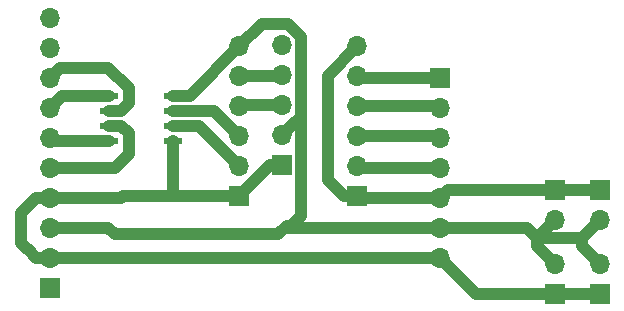
<source format=gbr>
G04 #@! TF.GenerationSoftware,KiCad,Pcbnew,5.0.2-bee76a0~70~ubuntu18.04.1*
G04 #@! TF.CreationDate,2019-08-14T22:35:01+02:00*
G04 #@! TF.ProjectId,position_encoder,706f7369-7469-46f6-9e5f-656e636f6465,rev?*
G04 #@! TF.SameCoordinates,Original*
G04 #@! TF.FileFunction,Copper,L1,Top*
G04 #@! TF.FilePolarity,Positive*
%FSLAX46Y46*%
G04 Gerber Fmt 4.6, Leading zero omitted, Abs format (unit mm)*
G04 Created by KiCad (PCBNEW 5.0.2-bee76a0~70~ubuntu18.04.1) date Mi 14 Aug 2019 22:35:01 CEST*
%MOMM*%
%LPD*%
G01*
G04 APERTURE LIST*
G04 #@! TA.AperFunction,ComponentPad*
%ADD10R,1.700000X1.700000*%
G04 #@! TD*
G04 #@! TA.AperFunction,ComponentPad*
%ADD11O,1.700000X1.700000*%
G04 #@! TD*
G04 #@! TA.AperFunction,SMDPad,CuDef*
%ADD12O,1.700000X1.700000*%
G04 #@! TD*
G04 #@! TA.AperFunction,SMDPad,CuDef*
%ADD13R,1.550000X0.600000*%
G04 #@! TD*
G04 #@! TA.AperFunction,Conductor*
%ADD14C,0.250000*%
G04 #@! TD*
G04 #@! TA.AperFunction,Conductor*
%ADD15C,1.000000*%
G04 #@! TD*
G04 APERTURE END LIST*
D10*
G04 #@! TO.P,J1,1*
G04 #@! TO.N,Net-(J1-Pad1)*
X3350000Y-25350000D03*
D11*
G04 #@! TO.P,J1,2*
G04 #@! TO.N,+5V*
X3350000Y-22810000D03*
G04 #@! TO.P,J1,3*
G04 #@! TO.N,GND*
X3350000Y-20270000D03*
D12*
G04 #@! TO.P,J1,4*
G04 #@! TO.N,Net-(J1-Pad4)*
X3350000Y-17730000D03*
D11*
G04 #@! TO.P,J1,5*
G04 #@! TO.N,/A0-*
X3350000Y-15190000D03*
G04 #@! TO.P,J1,6*
G04 #@! TO.N,/A0+*
X3350000Y-12650000D03*
G04 #@! TO.P,J1,7*
G04 #@! TO.N,/B0-*
X3350000Y-10110000D03*
G04 #@! TO.P,J1,8*
G04 #@! TO.N,/B0+*
X3350000Y-7570000D03*
G04 #@! TO.P,J1,9*
G04 #@! TO.N,/I0-*
X3350000Y-5030000D03*
G04 #@! TO.P,J1,10*
G04 #@! TO.N,/I0+*
X3350000Y-2490000D03*
G04 #@! TD*
G04 #@! TO.P,J2,6*
G04 #@! TO.N,+3V3*
X29350000Y-4900000D03*
G04 #@! TO.P,J2,5*
G04 #@! TO.N,Net-(J2-Pad5)*
X29350000Y-7440000D03*
G04 #@! TO.P,J2,4*
G04 #@! TO.N,Net-(J2-Pad4)*
X29350000Y-9980000D03*
G04 #@! TO.P,J2,3*
G04 #@! TO.N,Net-(J2-Pad3)*
X29350000Y-12520000D03*
G04 #@! TO.P,J2,2*
G04 #@! TO.N,Net-(J2-Pad2)*
X29350000Y-15060000D03*
D10*
G04 #@! TO.P,J2,1*
G04 #@! TO.N,+3V3*
X29350000Y-17600000D03*
G04 #@! TD*
G04 #@! TO.P,J3,1*
G04 #@! TO.N,+5V*
X19350000Y-17600000D03*
D11*
G04 #@! TO.P,J3,2*
G04 #@! TO.N,/A0*
X19350000Y-15060000D03*
G04 #@! TO.P,J3,3*
G04 #@! TO.N,/B0*
X19350000Y-12520000D03*
G04 #@! TO.P,J3,4*
G04 #@! TO.N,/A1*
X19350000Y-9980000D03*
G04 #@! TO.P,J3,5*
G04 #@! TO.N,/B1*
X19350000Y-7440000D03*
G04 #@! TO.P,J3,6*
G04 #@! TO.N,GND*
X19350000Y-4900000D03*
G04 #@! TD*
D10*
G04 #@! TO.P,J4,1*
G04 #@! TO.N,Net-(J2-Pad5)*
X36350000Y-7600000D03*
D11*
G04 #@! TO.P,J4,2*
G04 #@! TO.N,Net-(J2-Pad4)*
X36350000Y-10140000D03*
G04 #@! TO.P,J4,3*
G04 #@! TO.N,Net-(J2-Pad3)*
X36350000Y-12680000D03*
G04 #@! TO.P,J4,4*
G04 #@! TO.N,Net-(J2-Pad2)*
X36350000Y-15220000D03*
G04 #@! TO.P,J4,5*
G04 #@! TO.N,+3V3*
X36350000Y-17760000D03*
G04 #@! TO.P,J4,6*
G04 #@! TO.N,GND*
X36350000Y-20300000D03*
G04 #@! TO.P,J4,7*
G04 #@! TO.N,+5V*
X36350000Y-22840000D03*
G04 #@! TD*
G04 #@! TO.P,J7,2*
G04 #@! TO.N,GND*
X46100000Y-19640000D03*
D10*
G04 #@! TO.P,J7,1*
G04 #@! TO.N,+3V3*
X46100000Y-17100000D03*
G04 #@! TD*
G04 #@! TO.P,J8,1*
G04 #@! TO.N,+3V3*
X49850000Y-17100000D03*
D11*
G04 #@! TO.P,J8,2*
G04 #@! TO.N,GND*
X49850000Y-19640000D03*
G04 #@! TD*
D10*
G04 #@! TO.P,J9,1*
G04 #@! TO.N,+5V*
X46100000Y-25850000D03*
D11*
G04 #@! TO.P,J9,2*
G04 #@! TO.N,GND*
X46100000Y-23310000D03*
G04 #@! TD*
G04 #@! TO.P,J10,2*
G04 #@! TO.N,GND*
X49850000Y-23310000D03*
D10*
G04 #@! TO.P,J10,1*
G04 #@! TO.N,+5V*
X49850000Y-25850000D03*
G04 #@! TD*
D13*
G04 #@! TO.P,J5,1*
G04 #@! TO.N,+5V*
X13700000Y-12905000D03*
G04 #@! TO.P,J5,2*
G04 #@! TO.N,/A0*
X13700000Y-11635000D03*
G04 #@! TO.P,J5,3*
G04 #@! TO.N,/B0*
X13700000Y-10365000D03*
G04 #@! TO.P,J5,4*
G04 #@! TO.N,GND*
X13700000Y-9095000D03*
G04 #@! TO.P,J5,5*
G04 #@! TO.N,/B0-*
X8300000Y-9095000D03*
G04 #@! TO.P,J5,6*
G04 #@! TO.N,/B0+*
X8300000Y-10365000D03*
G04 #@! TO.P,J5,7*
G04 #@! TO.N,/A0-*
X8300000Y-11635000D03*
G04 #@! TO.P,J5,8*
G04 #@! TO.N,/A0+*
X8300000Y-12905000D03*
G04 #@! TD*
D10*
G04 #@! TO.P,J6,1*
G04 #@! TO.N,+5V*
X23000000Y-15000000D03*
D11*
G04 #@! TO.P,J6,2*
G04 #@! TO.N,GND*
X23000000Y-12460000D03*
G04 #@! TO.P,J6,3*
G04 #@! TO.N,/A1*
X23000000Y-9920000D03*
G04 #@! TO.P,J6,4*
G04 #@! TO.N,/B1*
X23000000Y-7380000D03*
G04 #@! TO.P,J6,5*
G04 #@! TO.N,/I1*
X23000000Y-4840000D03*
G04 #@! TD*
D14*
G04 #@! TO.N,+5V*
X36320000Y-22810000D02*
X36350000Y-22840000D01*
D15*
X9350000Y-22810000D02*
X36320000Y-22810000D01*
X3480000Y-17600000D02*
X3350000Y-17730000D01*
X2147919Y-17730000D02*
X850000Y-19027919D01*
X3350000Y-17730000D02*
X2147919Y-17730000D01*
X2147919Y-22810000D02*
X1437919Y-22100000D01*
X3350000Y-22810000D02*
X2147919Y-22810000D01*
X1437919Y-22100000D02*
X1350000Y-22100000D01*
X850000Y-21600000D02*
X850000Y-19027919D01*
X1350000Y-22100000D02*
X850000Y-21600000D01*
X49850000Y-25850000D02*
X46100000Y-25850000D01*
X39360000Y-25850000D02*
X36350000Y-22840000D01*
X46100000Y-25850000D02*
X39360000Y-25850000D01*
X9350000Y-22810000D02*
X3350000Y-22810000D01*
X9350000Y-17730000D02*
X3350000Y-17730000D01*
X9480000Y-17600000D02*
X9350000Y-17730000D01*
X13700000Y-17300000D02*
X14000000Y-17600000D01*
X13700000Y-12905000D02*
X13700000Y-17300000D01*
X19350000Y-17600000D02*
X14000000Y-17600000D01*
X14000000Y-17600000D02*
X9480000Y-17600000D01*
X21950000Y-15000000D02*
X19350000Y-17600000D01*
X23000000Y-15000000D02*
X21950000Y-15000000D01*
G04 #@! TO.N,GND*
X23550000Y-20300000D02*
X36350000Y-20300000D01*
X23350000Y-20100000D02*
X23550000Y-20300000D01*
X44590001Y-21149999D02*
X46100000Y-19640000D01*
X44590001Y-21800001D02*
X46100000Y-23310000D01*
X44590001Y-21149999D02*
X44590001Y-21800001D01*
X48340001Y-21149999D02*
X49850000Y-19640000D01*
X44590001Y-21149999D02*
X48340001Y-21149999D01*
X48340001Y-21800001D02*
X49850000Y-23310000D01*
X48340001Y-21149999D02*
X48340001Y-21800001D01*
X22600000Y-20850000D02*
X23350000Y-20100000D01*
X8850000Y-20850000D02*
X22600000Y-20850000D01*
X3350000Y-20270000D02*
X8270000Y-20270000D01*
X8270000Y-20270000D02*
X8850000Y-20850000D01*
X15155000Y-9095000D02*
X19350000Y-4900000D01*
X13700000Y-9095000D02*
X15155000Y-9095000D01*
X43740002Y-20300000D02*
X44590001Y-21149999D01*
X36350000Y-20300000D02*
X43740002Y-20300000D01*
X24550001Y-4095999D02*
X24550001Y-10909999D01*
X23454002Y-3000000D02*
X24550001Y-4095999D01*
X24550001Y-10909999D02*
X23849999Y-11610001D01*
X21250000Y-3000000D02*
X23454002Y-3000000D01*
X23849999Y-11610001D02*
X23000000Y-12460000D01*
X19350000Y-4900000D02*
X21250000Y-3000000D01*
X24550001Y-19299999D02*
X23550000Y-20300000D01*
X24550001Y-10909999D02*
X24550001Y-19299999D01*
D14*
G04 #@! TO.N,/A0*
X19220000Y-15190000D02*
X19350000Y-15060000D01*
G04 #@! TO.N,/A0+*
X3480000Y-12520000D02*
X3350000Y-12650000D01*
G04 #@! TO.N,/A1*
X19220000Y-10110000D02*
X19350000Y-9980000D01*
G04 #@! TO.N,/B0+*
X3480000Y-7440000D02*
X3350000Y-7570000D01*
G04 #@! TO.N,+3V3*
X29510000Y-17760000D02*
X29350000Y-17600000D01*
D15*
X36350000Y-17760000D02*
X29510000Y-17760000D01*
X28250000Y-17600000D02*
X26850000Y-16200000D01*
X29350000Y-17600000D02*
X28250000Y-17600000D01*
X26850000Y-7400000D02*
X29350000Y-4900000D01*
X26850000Y-16200000D02*
X26850000Y-7400000D01*
X46100000Y-17100000D02*
X49850000Y-17100000D01*
X37010000Y-17100000D02*
X36350000Y-17760000D01*
X46100000Y-17100000D02*
X37010000Y-17100000D01*
G04 #@! TO.N,Net-(J2-Pad5)*
X29510000Y-7600000D02*
X29350000Y-7440000D01*
X36350000Y-7600000D02*
X29510000Y-7600000D01*
G04 #@! TO.N,Net-(J2-Pad4)*
X36190000Y-9980000D02*
X36350000Y-10140000D01*
X29350000Y-9980000D02*
X36190000Y-9980000D01*
D14*
G04 #@! TO.N,Net-(J2-Pad3)*
X36190000Y-12520000D02*
X36350000Y-12680000D01*
D15*
X29350000Y-12520000D02*
X36190000Y-12520000D01*
D14*
G04 #@! TO.N,Net-(J2-Pad2)*
X29510000Y-15220000D02*
X29350000Y-15060000D01*
D15*
X36350000Y-15220000D02*
X29510000Y-15220000D01*
G04 #@! TO.N,/A0-*
X3350000Y-15190000D02*
X8810000Y-15190000D01*
X8810000Y-15190000D02*
X10000000Y-14000000D01*
X10000000Y-12269998D02*
X9365002Y-11635000D01*
X9365002Y-11635000D02*
X8300000Y-11635000D01*
X10000000Y-14000000D02*
X10000000Y-12269998D01*
G04 #@! TO.N,/A0+*
X3605000Y-12905000D02*
X3350000Y-12650000D01*
X8300000Y-12905000D02*
X3605000Y-12905000D01*
G04 #@! TO.N,/B0-*
X4365000Y-9095000D02*
X3350000Y-10110000D01*
X8300000Y-9095000D02*
X4365000Y-9095000D01*
G04 #@! TO.N,/B0+*
X8260003Y-6720001D02*
X10000000Y-8459998D01*
X3350000Y-7570000D02*
X4199999Y-6720001D01*
X4199999Y-6720001D02*
X8260003Y-6720001D01*
X10000000Y-9730002D02*
X9365002Y-10365000D01*
X9365002Y-10365000D02*
X8300000Y-10365000D01*
X10000000Y-8459998D02*
X10000000Y-9730002D01*
G04 #@! TO.N,/A0*
X15925000Y-11635000D02*
X19350000Y-15060000D01*
X13700000Y-11635000D02*
X15925000Y-11635000D01*
G04 #@! TO.N,/B0*
X17195000Y-10365000D02*
X13700000Y-10365000D01*
X19350000Y-12520000D02*
X17195000Y-10365000D01*
G04 #@! TO.N,/A1*
X19410000Y-9920000D02*
X19350000Y-9980000D01*
X23000000Y-9920000D02*
X19410000Y-9920000D01*
G04 #@! TO.N,/B1*
X22940000Y-7440000D02*
X23000000Y-7380000D01*
X19350000Y-7440000D02*
X22940000Y-7440000D01*
G04 #@! TD*
M02*

</source>
